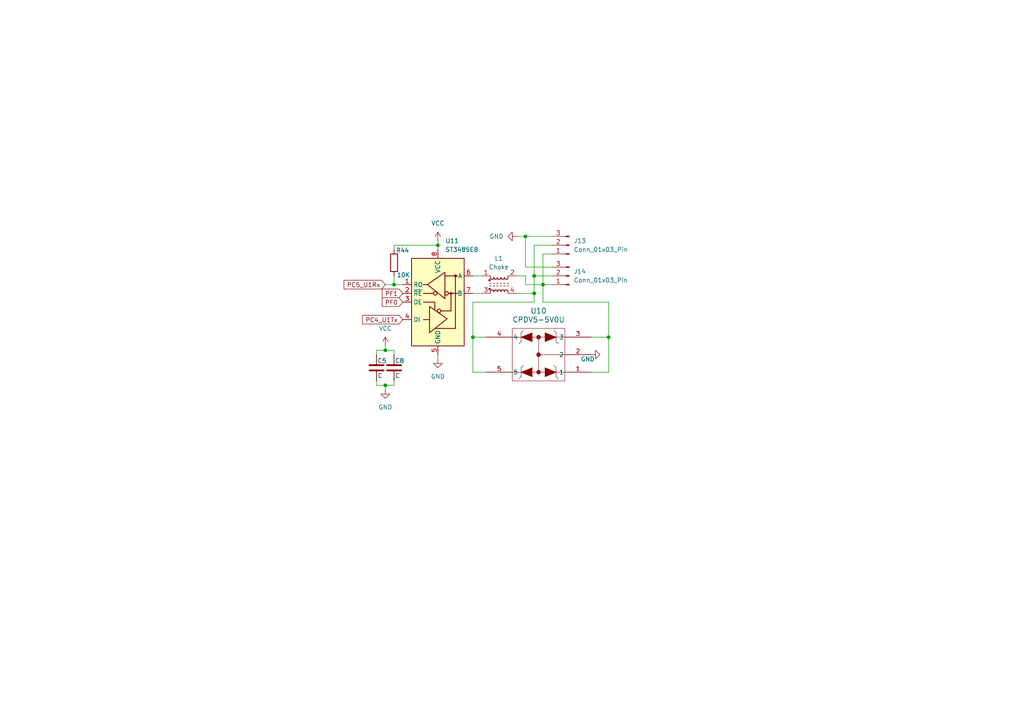
<source format=kicad_sch>
(kicad_sch (version 20250114) (generator "eeschema") (generator_version "9.0")
  (paper "A4")
  (lib_symbols
    (symbol "CPDV5:CPDV5-5V0U" (pin_names (offset 0.254))
      (property "Reference" "CR" (at 16.51 7.62 0))
      (property "Value" "CPDV5-5V0U" (at 20.32 5.08 0))
      (symbol "CPDV5-5V0U_0_1"
        (polyline (pts (xy 7.62 2.54) (xy 7.62 -12.7)) (stroke (width 0.127)))
        (polyline (pts (xy 7.62 0) (xy 22.86 0)) (stroke (width 0.127)))
        (polyline (pts (xy 7.62 -5.08) (xy 15.24 -5.08)) (stroke (width 0.127)))
        (polyline (pts (xy 7.62 -10.16) (xy 22.86 -10.16)) (stroke (width 0.127)))
        (polyline (pts (xy 7.62 -12.7) (xy 22.86 -12.7)) (stroke (width 0.127)))
        (polyline (pts (xy 10.16 1.27) (xy 9.525 1.905)) (stroke (width 0.127)))
        (polyline (pts (xy 10.16 1.27) (xy 10.16 -1.27)) (stroke (width 0.127)))
        (polyline (pts (xy 10.16 0) (xy 13.335 -1.27)) (stroke (width 0.127)))
        (polyline (pts (xy 10.16 0) (xy 13.335 1.27) (xy 13.335 -1.27)) (fill (type outline)))
        (polyline (pts (xy 10.16 -1.27) (xy 10.795 -1.905)) (stroke (width 0.127)))
        (polyline (pts (xy 10.16 -8.89) (xy 9.525 -8.255)) (stroke (width 0.127)))
        (polyline (pts (xy 10.16 -8.89) (xy 10.16 -11.43)) (stroke (width 0.127)))
        (polyline (pts (xy 10.16 -10.16) (xy 13.335 -11.43)) (stroke (width 0.127)))
        (polyline (pts (xy 10.16 -10.16) (xy 13.335 -8.89) (xy 13.335 -11.43)) (fill (type outline)))
        (polyline (pts (xy 10.16 -11.43) (xy 10.795 -12.065)) (stroke (width 0.127)))
        (polyline (pts (xy 13.335 1.27) (xy 10.16 0)) (stroke (width 0.127)))
        (polyline (pts (xy 13.335 1.27) (xy 13.335 -1.27)) (stroke (width 0.127)))
        (polyline (pts (xy 13.335 -8.89) (xy 10.16 -10.16)) (stroke (width 0.127)))
        (polyline (pts (xy 13.335 -8.89) (xy 13.335 -11.43)) (stroke (width 0.127)))
        (polyline (pts (xy 15.24 0) (xy 15.24 -10.16)) (stroke (width 0.127)))
        (circle (center 15.24 0) (radius 0.127) (stroke (width 0.508)))
        (circle (center 15.24 -5.08) (radius 0.127) (stroke (width 0.508)))
        (circle (center 15.24 -10.16) (radius 0.127) (stroke (width 0.508)))
        (polyline (pts (xy 17.145 1.27) (xy 17.145 -1.27)) (stroke (width 0.127)))
        (polyline (pts (xy 17.145 1.27) (xy 20.32 0)) (stroke (width 0.127)))
        (polyline (pts (xy 17.145 -8.89) (xy 17.145 -11.43)) (stroke (width 0.127)))
        (polyline (pts (xy 17.145 -8.89) (xy 20.32 -10.16)) (stroke (width 0.127)))
        (polyline (pts (xy 20.32 1.27) (xy 20.32 -1.27)) (stroke (width 0.127)))
        (polyline (pts (xy 20.32 1.27) (xy 20.955 1.905)) (stroke (width 0.127)))
        (polyline (pts (xy 20.32 0) (xy 17.145 -1.27)) (stroke (width 0.127)))
        (polyline (pts (xy 20.32 0) (xy 17.145 1.27) (xy 17.145 -1.27)) (fill (type outline)))
        (polyline (pts (xy 20.32 -1.27) (xy 19.685 -1.905)) (stroke (width 0.127)))
        (polyline (pts (xy 20.32 -8.89) (xy 20.32 -11.43)) (stroke (width 0.127)))
        (polyline (pts (xy 20.32 -8.89) (xy 20.955 -8.255)) (stroke (width 0.127)))
        (polyline (pts (xy 20.32 -10.16) (xy 17.145 -11.43)) (stroke (width 0.127)))
        (polyline (pts (xy 20.32 -10.16) (xy 17.145 -8.89) (xy 17.145 -11.43)) (fill (type outline)))
        (polyline (pts (xy 20.32 -11.43) (xy 19.685 -12.065)) (stroke (width 0.127)))
        (polyline (pts (xy 22.86 2.54) (xy 7.62 2.54)) (stroke (width 0.127)))
        (polyline (pts (xy 22.86 -12.7) (xy 22.86 2.54)) (stroke (width 0.127)))
        (pin unspecified line (at 0 0 0) (length 7.62) (name "1") (number "1"))
        (pin unspecified line (at 0 -5.08 0) (length 7.62) (name "2") (number "2"))
        (pin unspecified line (at 0 -10.16 0) (length 7.62) (name "3") (number "3"))
        (pin unspecified line (at 30.48 0 180) (length 7.62) (name "5") (number "5"))
        (pin unspecified line (at 30.48 -10.16 180) (length 7.62) (name "4") (number "4"))
      )
    )
    (symbol "Connector:Conn_01x03_Pin" (pin_names (offset 1.016) (hide yes))
      (property "Reference" "J" (at 0 5.08 0))
      (property "Value" "Conn_01x03_Pin" (at 0 -5.08 0))
      (symbol "Conn_01x03_Pin_1_1"
        (rectangle (start 0.8636 2.667) (end 0 2.413) (stroke (width 0.1524)) (fill (type outline)))
        (rectangle (start 0.8636 0.127) (end 0 -0.127) (stroke (width 0.1524)) (fill (type outline)))
        (rectangle (start 0.8636 -2.413) (end 0 -2.667) (stroke (width 0.1524)) (fill (type outline)))
        (polyline (pts (xy 1.27 2.54) (xy 0.8636 2.54)) (stroke (width 0.1524)))
        (polyline (pts (xy 1.27 0) (xy 0.8636 0)) (stroke (width 0.1524)))
        (polyline (pts (xy 1.27 -2.54) (xy 0.8636 -2.54)) (stroke (width 0.1524)))
        (pin passive line (at 5.08 2.54 180) (length 3.81) (name "Pin_1") (number "1"))
        (pin passive line (at 5.08 0 180) (length 3.81) (name "Pin_2") (number "2"))
        (pin passive line (at 5.08 -2.54 180) (length 3.81) (name "Pin_3") (number "3"))
      )
    )
    (symbol "Device:C" (pin_numbers (hide yes)) (pin_names (offset 0.254))
      (property "Reference" "C" (at 0.635 2.54 0))
      (property "Value" "C" (at 0.635 -2.54 0))
      (symbol "C_0_1"
        (polyline (pts (xy -2.032 0.762) (xy 2.032 0.762)) (stroke (width 0.508)))
        (polyline (pts (xy -2.032 -0.762) (xy 2.032 -0.762)) (stroke (width 0.508)))
      )
      (symbol "C_1_1"
        (pin passive line (at 0 3.81 270) (length 2.794) (name "~") (number "1"))
        (pin passive line (at 0 -3.81 90) (length 2.794) (name "~") (number "2"))
      )
    )
    (symbol "Device:R" (pin_numbers (hide yes)) (pin_names (offset 0))
      (property "Reference" "R" (at 2.032 0 90))
      (property "Value" "R" (at 0 0 90))
      (symbol "R_0_1"
        (rectangle (start -1.016 -2.54) (end 1.016 2.54) (stroke (width 0.254)))
      )
      (symbol "R_1_1"
        (pin passive line (at 0 3.81 270) (length 1.27) (name "~") (number "1"))
        (pin passive line (at 0 -3.81 90) (length 1.27) (name "~") (number "2"))
      )
    )
    (symbol "Filter:Choke_CommonMode_FerriteCore_1234" (pin_names (offset 0.254) (hide yes))
      (property "Reference" "FL" (at 0 4.445 0))
      (property "Value" "Choke_CommonMode_FerriteCore_1234" (at 0 -4.445 0))
      (symbol "Choke_CommonMode_FerriteCore_1234_0_1"
        (circle (center -2.794 1.27) (radius 0.254) (fill (type outline)))
        (polyline (pts (xy -2.794 0.381) (xy -2.286 0.381)))
        (polyline (pts (xy -2.794 -0.381) (xy -2.286 -0.381)))
        (circle (center -2.794 -1.27) (radius 0.254) (fill (type outline)))
        (polyline (pts (xy -2.54 2.032) (xy -2.54 2.54)))
        (polyline (pts (xy -2.54 -2.032) (xy -2.54 -2.54)))
        (arc (start -1.524 2.032) (mid -2.032 1.5262) (end -2.54 2.032) (stroke (width 0.254)))
        (arc (start -2.54 -2.032) (mid -2.032 -1.5262) (end -1.524 -2.032) (stroke (width 0.254)))
        (polyline (pts (xy -1.778 0.381) (xy -1.27 0.381)))
        (polyline (pts (xy -1.778 -0.381) (xy -1.27 -0.381)))
        (arc (start -0.508 2.032) (mid -1.016 1.5262) (end -1.524 2.032) (stroke (width 0.254)))
        (arc (start -1.524 -2.032) (mid -1.016 -1.5262) (end -0.508 -2.032) (stroke (width 0.254)))
        (polyline (pts (xy -0.762 0.381) (xy -0.254 0.381)))
        (polyline (pts (xy -0.762 -0.381) (xy -0.254 -0.381)))
        (arc (start 0.508 2.032) (mid 0 1.5262) (end -0.508 2.032) (stroke (width 0.254)))
        (arc (start -0.508 -2.032) (mid 0 -1.5262) (end 0.508 -2.032) (stroke (width 0.254)))
        (polyline (pts (xy 0.254 0.381) (xy 0.762 0.381)))
        (polyline (pts (xy 0.254 -0.381) (xy 0.762 -0.381)))
        (arc (start 1.524 2.032) (mid 1.016 1.5262) (end 0.508 2.032) (stroke (width 0.254)))
        (arc (start 0.508 -2.032) (mid 1.016 -1.5262) (end 1.524 -2.032) (stroke (width 0.254)))
        (polyline (pts (xy 1.27 0.381) (xy 1.778 0.381)))
        (polyline (pts (xy 1.27 -0.381) (xy 1.778 -0.381)))
        (arc (start 2.54 2.032) (mid 2.032 1.5262) (end 1.524 2.032) (stroke (width 0.254)))
        (arc (start 1.524 -2.032) (mid 2.032 -1.5262) (end 2.54 -2.032) (stroke (width 0.254)))
        (polyline (pts (xy 2.286 0.381) (xy 2.794 0.381)))
        (polyline (pts (xy 2.286 -0.381) (xy 2.794 -0.381)))
        (polyline (pts (xy 2.54 2.54) (xy 2.54 2.032)))
        (polyline (pts (xy 2.54 -2.032) (xy 2.54 -2.54)))
      )
      (symbol "Choke_CommonMode_FerriteCore_1234_1_1"
        (pin passive line (at -5.08 2.54 0) (length 2.54) (name "1") (number "1"))
        (pin passive line (at -5.08 -2.54 0) (length 2.54) (name "3") (number "3"))
        (pin passive line (at 5.08 2.54 180) (length 2.54) (name "2") (number "2"))
        (pin passive line (at 5.08 -2.54 180) (length 2.54) (name "4") (number "4"))
      )
    )
    (symbol "Interface_UART:ST485E"
      (property "Reference" "U" (at -6.985 13.97 0))
      (property "Value" "ST485E" (at 2.54 13.97 0))
      (symbol "ST485E_0_1"
        (rectangle (start -7.62 12.7) (end 7.62 -12.7) (stroke (width 0.254)) (fill (type background)))
        (polyline (pts (xy -4.191 2.54) (xy -1.27 2.54)) (stroke (width 0.254)))
        (polyline (pts (xy -4.191 0) (xy -0.889 0) (xy -0.889 -2.286)) (stroke (width 0.254)))
        (polyline (pts (xy -3.175 5.08) (xy -4.191 5.08) (xy -4.064 5.08)) (stroke (width 0.254)))
        (polyline (pts (xy -2.54 -5.08) (xy -4.191 -5.08)) (stroke (width 0.254)))
        (polyline (pts (xy -2.413 -5.08) (xy -2.413 -1.27) (xy 2.667 -4.826) (xy -2.413 -8.89) (xy -2.413 -5.08)) (stroke (width 0.254)))
        (polyline (pts (xy -0.635 -7.62) (xy 5.08 -7.62)) (stroke (width 0.254)))
        (circle (center 0.381 -2.54) (radius 0.508) (stroke (width 0.254)))
        (polyline (pts (xy 0.889 -2.54) (xy 3.81 -2.54)) (stroke (width 0.254)))
        (polyline (pts (xy 2.032 7.62) (xy 5.715 7.62)) (stroke (width 0.254)))
        (polyline (pts (xy 3.048 2.54) (xy 5.715 2.54)) (stroke (width 0.254)))
        (circle (center 3.81 2.54) (radius 0.2794) (stroke (width 0.254)) (fill (type outline)))
        (polyline (pts (xy 3.81 -2.54) (xy 3.81 2.54)) (stroke (width 0.254)))
        (polyline (pts (xy 5.08 -7.62) (xy 5.08 7.62)) (stroke (width 0.254)))
      )
      (symbol "ST485E_1_1"
        (circle (center -0.762 2.54) (radius 0.508) (stroke (width 0.254)))
        (polyline (pts (xy 2.032 4.826) (xy 2.032 8.636) (xy -3.048 5.08) (xy 2.032 1.016) (xy 2.032 4.826)) (stroke (width 0.254)))
        (circle (center 2.54 2.54) (radius 0.508) (stroke (width 0.254)))
        (circle (center 5.08 7.62) (radius 0.2794) (stroke (width 0.254)) (fill (type outline)))
        (pin output line (at -10.16 5.08 0) (length 2.54) (name "RO") (number "1"))
        (pin input line (at -10.16 2.54 0) (length 2.54) (name "~{RE}") (number "2"))
        (pin input line (at -10.16 0 0) (length 2.54) (name "DE") (number "3"))
        (pin input line (at -10.16 -5.08 0) (length 2.54) (name "DI") (number "4"))
        (pin power_in line (at 0 15.24 270) (length 2.54) (name "VCC") (number "8"))
        (pin power_in line (at 0 -15.24 90) (length 2.54) (name "GND") (number "5"))
        (pin bidirectional line (at 10.16 7.62 180) (length 2.54) (name "A") (number "6"))
        (pin bidirectional line (at 10.16 2.54 180) (length 2.54) (name "B") (number "7"))
      )
    )
    (symbol "power:GND" (power) (pin_numbers (hide yes)) (pin_names (offset 0) (hide yes))
      (property "Value" "GND" (at 0 -3.81 0))
      (symbol "GND_0_1"
        (polyline (pts (xy 0 0) (xy 0 -1.27) (xy 1.27 -1.27) (xy 0 -2.54) (xy -1.27 -1.27) (xy 0 -1.27)))
      )
      (symbol "GND_1_1"
        (pin power_in line (at 0 0 270) (length 0) (name "~") (number "1"))
      )
    )
    (symbol "power:VCC" (power) (pin_numbers (hide yes)) (pin_names (offset 0) (hide yes))
      (property "Value" "VCC" (at 0 3.556 0))
      (symbol "VCC_0_1"
        (polyline (pts (xy -0.762 1.27) (xy 0 2.54)))
        (polyline (pts (xy 0 2.54) (xy 0.762 1.27)))
        (polyline (pts (xy 0 0) (xy 0 2.54)))
      )
      (symbol "VCC_1_1"
        (pin power_in line (at 0 0 90) (length 0) (name "~") (number "1"))
      )
    )
  )
  (junction (at 127 71.12))
  (junction (at 157.48 82.55))
  (junction (at 114.3 82.55))
  (junction (at 137.16 97.79))
  (junction (at 154.94 85.09))
  (junction (at 111.76 101.6))
  (junction (at 152.4 68.58))
  (junction (at 111.76 111.76))
  (junction (at 154.94 80.01))
  (junction (at 176.53 97.79))
  (wire (pts (xy 160.02 73.66) (xy 157.48 73.66)))
  (wire (pts (xy 111.76 101.6) (xy 109.22 101.6)))
  (wire (pts (xy 114.3 102.87) (xy 114.3 101.6)))
  (wire (pts (xy 127 71.12) (xy 127 72.39)))
  (wire (pts (xy 154.94 85.09) (xy 154.94 80.01)))
  (wire (pts (xy 152.4 68.58) (xy 152.4 77.47)))
  (wire (pts (xy 149.86 68.58) (xy 152.4 68.58)))
  (wire (pts (xy 111.76 100.33) (xy 111.76 101.6)))
  (wire (pts (xy 127 102.87) (xy 127 104.14)))
  (wire (pts (xy 137.16 85.09) (xy 139.7 85.09)))
  (wire (pts (xy 152.4 82.55) (xy 157.48 82.55)))
  (wire (pts (xy 154.94 71.12) (xy 160.02 71.12)))
  (wire (pts (xy 152.4 80.01) (xy 152.4 82.55)))
  (wire (pts (xy 157.48 87.63) (xy 176.53 87.63)))
  (wire (pts (xy 111.76 111.76) (xy 114.3 111.76)))
  (wire (pts (xy 137.16 97.79) (xy 137.16 107.95)))
  (wire (pts (xy 176.53 97.79) (xy 176.53 107.95)))
  (wire (pts (xy 109.22 111.76) (xy 111.76 111.76)))
  (wire (pts (xy 114.3 101.6) (xy 111.76 101.6)))
  (wire (pts (xy 149.86 85.09) (xy 154.94 85.09)))
  (wire (pts (xy 137.16 87.63) (xy 137.16 97.79)))
  (wire (pts (xy 111.76 111.76) (xy 111.76 113.03)))
  (wire (pts (xy 137.16 97.79) (xy 140.97 97.79)))
  (wire (pts (xy 157.48 82.55) (xy 160.02 82.55)))
  (wire (pts (xy 114.3 71.12) (xy 114.3 72.39)))
  (wire (pts (xy 127 69.85) (xy 127 71.12)))
  (wire (pts (xy 154.94 85.09) (xy 154.94 87.63)))
  (wire (pts (xy 160.02 68.58) (xy 152.4 68.58)))
  (wire (pts (xy 114.3 111.76) (xy 114.3 110.49)))
  (wire (pts (xy 160.02 80.01) (xy 154.94 80.01)))
  (wire (pts (xy 152.4 80.01) (xy 149.86 80.01)))
  (wire (pts (xy 127 71.12) (xy 114.3 71.12)))
  (wire (pts (xy 114.3 80.01) (xy 114.3 82.55)))
  (wire (pts (xy 137.16 80.01) (xy 139.7 80.01)))
  (wire (pts (xy 137.16 107.95) (xy 140.97 107.95)))
  (wire (pts (xy 109.22 101.6) (xy 109.22 102.87)))
  (wire (pts (xy 157.48 82.55) (xy 157.48 87.63)))
  (wire (pts (xy 176.53 87.63) (xy 176.53 97.79)))
  (wire (pts (xy 176.53 97.79) (xy 171.45 97.79)))
  (wire (pts (xy 114.3 82.55) (xy 116.84 82.55)))
  (wire (pts (xy 111.76 82.55) (xy 114.3 82.55)))
  (wire (pts (xy 157.48 73.66) (xy 157.48 82.55)))
  (wire (pts (xy 109.22 111.76) (xy 109.22 110.49)))
  (wire (pts (xy 152.4 77.47) (xy 160.02 77.47)))
  (wire (pts (xy 154.94 87.63) (xy 137.16 87.63)))
  (wire (pts (xy 154.94 80.01) (xy 154.94 71.12)))
  (wire (pts (xy 171.45 107.95) (xy 176.53 107.95)))
  (global_label "PC4_U1Tx" (shape input) (at 116.84 92.71 180) (property "Intersheetrefs" "${INTERSHEET_REFS}" (effects (hide yes))))
  (global_label "PC5_U1Rx" (shape input) (at 111.76 82.55 180) (property "Intersheetrefs" "${INTERSHEET_REFS}" (effects (hide yes))))
  (global_label "PF1" (shape input) (at 116.84 85.09 180) (property "Intersheetrefs" "${INTERSHEET_REFS}" (effects (hide yes))))
  (global_label "PF0" (shape input) (at 116.84 87.63 180) (property "Intersheetrefs" "${INTERSHEET_REFS}" (effects (hide yes))))
  (symbol (lib_id "Device:R") (at 114.3 76.2 0) (unit 1)
    (property "Reference" "R44" (at 114.808 72.644 0) (effects (justify left)))
    (property "Value" "10K" (at 115.062 79.756 0) (effects (justify left)))
    (property "Description" "Resistor" (effects (hide yes)))
  )
  (symbol (lib_id "Connector:Conn_01x03_Pin") (at 165.1 71.12 180) (unit 1)
    (property "Reference" "J13" (at 166.37 69.8499 0) (effects (justify right)))
    (property "Value" "Conn_01x03_Pin" (at 166.37 72.3899 0) (effects (justify right)))
    (property "Description" "Generic connector, single row, 01x03, script generated" (effects (hide yes)))
  )
  (symbol (lib_id "power:VCC") (at 127 69.85 0) (unit 1)
    (property "Reference" "#PWR0147" (effects (hide yes)))
    (property "Value" "VCC" (at 127 64.77 0))
    (property "Description" "Power symbol creates a global label with name \"VCC\"" (effects (hide yes)))
  )
  (symbol (lib_id "power:GND") (at 127 104.14 0) (unit 1)
    (property "Reference" "#PWR0146" (effects (hide yes)))
    (property "Value" "GND" (at 127 109.22 0))
    (property "Description" "Power symbol creates a global label with name \"GND\" , ground" (effects (hide yes)))
  )
  (symbol (lib_id "power:GND") (at 171.45 102.87 90) (unit 1)
    (property "Reference" "#PWR0148" (effects (hide yes)))
    (property "Value" "GND" (at 168.402 104.14 90) (effects (justify right)))
    (property "Description" "Power symbol creates a global label with name \"GND\" , ground" (effects (hide yes)))
  )
  (symbol (lib_id "CPDV5:CPDV5-5V0U") (at 171.45 107.95 180) (unit 1)
    (property "Reference" "U10" (at 156.21 90.17 0) (effects (font (size 1.524 1.524))))
    (property "Value" "CPDV5-5V0U" (at 156.21 92.71 0) (effects (font (size 1.524 1.524))))
    (property "Footprint" "SOT353_CPDV5_CIP" (effects (hide yes)))
    (property "Datasheet" "CPDV5-5V0U" (effects (hide yes)))
  )
  (symbol (lib_id "Device:C") (at 114.3 106.68 0) (unit 1)
    (property "Reference" "C8" (at 114.554 104.648 0) (effects (justify left)))
    (property "Value" "C" (at 114.554 108.966 0) (effects (justify left)))
    (property "Description" "Unpolarized capacitor" (effects (hide yes)))
  )
  (symbol (lib_id "Filter:Choke_CommonMode_FerriteCore_1234") (at 144.78 82.55 0) (unit 1)
    (property "Reference" "L1" (at 144.653 74.93 0))
    (property "Value" "Choke" (at 144.653 77.47 0))
    (property "Description" "Generic common-mode choke, ferrite core, 1234 pin order" (effects (hide yes)))
  )
  (symbol (lib_id "power:GND") (at 149.86 68.58 270) (unit 1)
    (property "Reference" "#PWR0145" (effects (hide yes)))
    (property "Value" "GND" (at 146.05 68.5799 90) (effects (justify right)))
    (property "Description" "Power symbol creates a global label with name \"GND\" , ground" (effects (hide yes)))
  )
  (symbol (lib_id "Connector:Conn_01x03_Pin") (at 165.1 80.01 180) (unit 1)
    (property "Reference" "J14" (at 166.37 78.7399 0) (effects (justify right)))
    (property "Value" "Conn_01x03_Pin" (at 166.37 81.2799 0) (effects (justify right)))
    (property "Description" "Generic connector, single row, 01x03, script generated" (effects (hide yes)))
  )
  (symbol (lib_id "power:GND") (at 111.76 113.03 0) (unit 1)
    (property "Reference" "#PWR0150" (effects (hide yes)))
    (property "Value" "GND" (at 111.76 118.11 0))
    (property "Description" "Power symbol creates a global label with name \"GND\" , ground" (effects (hide yes)))
  )
  (symbol (lib_id "Device:C") (at 109.22 106.68 0) (unit 1)
    (property "Reference" "C5" (at 109.474 104.648 0) (effects (justify left)))
    (property "Value" "C" (at 109.474 108.966 0) (effects (justify left)))
    (property "Description" "Unpolarized capacitor" (effects (hide yes)))
  )
  (symbol (lib_id "Interface_UART:ST485E") (at 127 87.63 0) (unit 1)
    (property "Reference" "U11" (at 129.1433 69.85 0) (effects (justify left)))
    (property "Value" "ST3485EB" (at 129.1433 72.39 0) (effects (justify left)))
    (property "Footprint" "Package_SO:SOIC-8_3.9x4.9mm_P1.27mm" (effects (hide yes)))
    (property "Datasheet" "http://www.st.com/resource/en/datasheet/st485eb.pdf" (effects (hide yes)))
    (property "Description" "Half duplex RS-485/RS-422, 5 Mbps, ±15kV ESD, 5V supply, 256 bus load, SOIC-8" (effects (hide yes)))
  )
  (symbol (lib_id "power:VCC") (at 111.76 100.33 0) (unit 1)
    (property "Reference" "#PWR0149" (effects (hide yes)))
    (property "Value" "VCC" (at 111.76 95.25 0))
    (property "Description" "Power symbol creates a global label with name \"VCC\"" (effects (hide yes)))
  )
)
</source>
